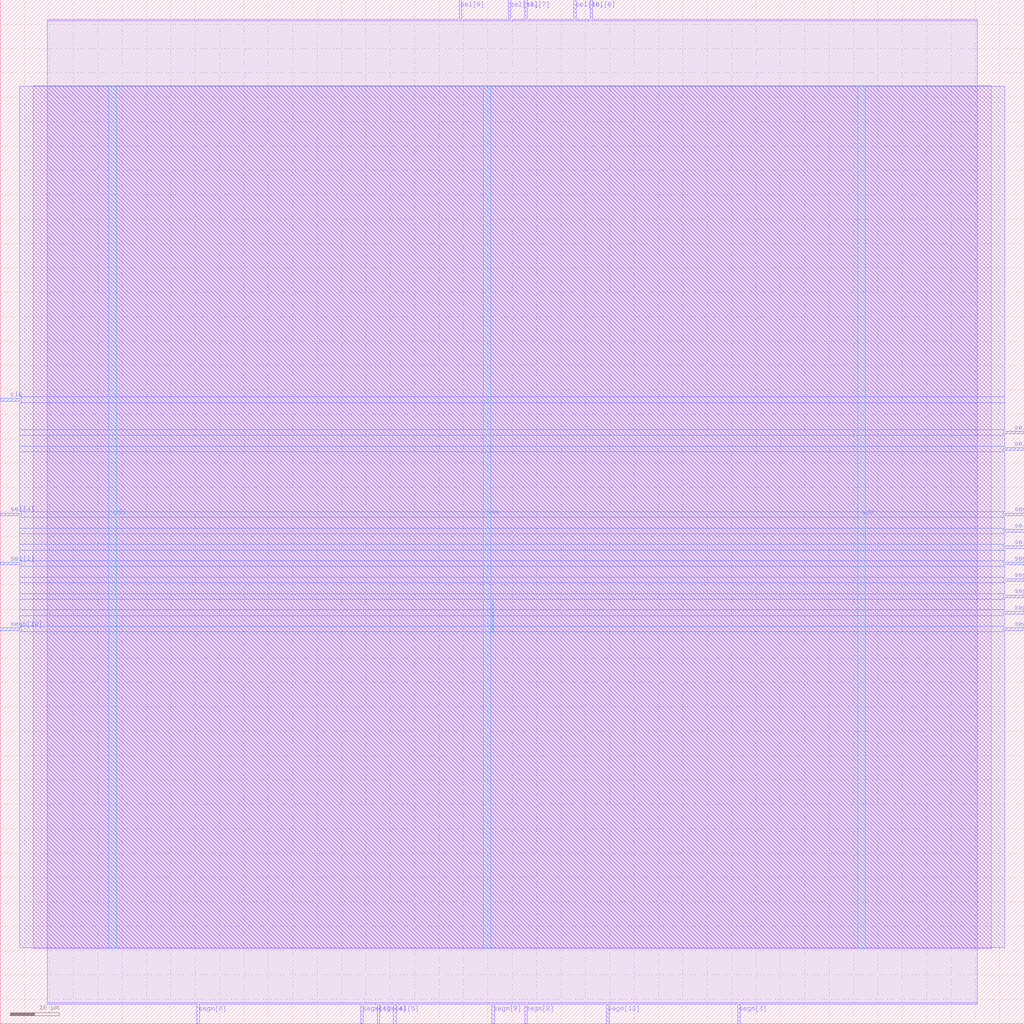
<source format=lef>
VERSION 5.7 ;
  NOWIREEXTENSIONATPIN ON ;
  DIVIDERCHAR "/" ;
  BUSBITCHARS "[]" ;
MACRO ita14
  CLASS BLOCK ;
  FOREIGN ita14 ;
  ORIGIN 0.000 0.000 ;
  SIZE 210.000 BY 210.000 ;
  PIN clk
    DIRECTION INPUT ;
    USE SIGNAL ;
    ANTENNAGATEAREA 4.738000 ;
    ANTENNADIFFAREA 0.410400 ;
    PORT
      LAYER Metal3 ;
        RECT 0.000 127.680 4.000 128.240 ;
    END
  END clk
  PIN segm[0]
    DIRECTION OUTPUT TRISTATE ;
    USE SIGNAL ;
    ANTENNADIFFAREA 0.360800 ;
    PORT
      LAYER Metal2 ;
        RECT 40.320 0.000 40.880 4.000 ;
    END
  END segm[0]
  PIN segm[10]
    DIRECTION OUTPUT TRISTATE ;
    USE SIGNAL ;
    ANTENNADIFFAREA 4.731200 ;
    PORT
      LAYER Metal3 ;
        RECT 0.000 80.640 4.000 81.200 ;
    END
  END segm[10]
  PIN segm[11]
    DIRECTION OUTPUT TRISTATE ;
    USE SIGNAL ;
    ANTENNADIFFAREA 4.731200 ;
    PORT
      LAYER Metal3 ;
        RECT 206.000 80.640 210.000 81.200 ;
    END
  END segm[11]
  PIN segm[12]
    DIRECTION OUTPUT TRISTATE ;
    USE SIGNAL ;
    ANTENNADIFFAREA 4.731200 ;
    PORT
      LAYER Metal2 ;
        RECT 124.320 0.000 124.880 4.000 ;
    END
  END segm[12]
  PIN segm[13]
    DIRECTION OUTPUT TRISTATE ;
    USE SIGNAL ;
    ANTENNADIFFAREA 4.731200 ;
    PORT
      LAYER Metal3 ;
        RECT 206.000 104.160 210.000 104.720 ;
    END
  END segm[13]
  PIN segm[1]
    DIRECTION OUTPUT TRISTATE ;
    USE SIGNAL ;
    ANTENNADIFFAREA 4.731200 ;
    PORT
      LAYER Metal2 ;
        RECT 73.920 0.000 74.480 4.000 ;
    END
  END segm[1]
  PIN segm[2]
    DIRECTION OUTPUT TRISTATE ;
    USE SIGNAL ;
    ANTENNADIFFAREA 4.731200 ;
    PORT
      LAYER Metal3 ;
        RECT 206.000 90.720 210.000 91.280 ;
    END
  END segm[2]
  PIN segm[3]
    DIRECTION OUTPUT TRISTATE ;
    USE SIGNAL ;
    ANTENNADIFFAREA 0.360800 ;
    PORT
      LAYER Metal2 ;
        RECT 151.200 0.000 151.760 4.000 ;
    END
  END segm[3]
  PIN segm[4]
    DIRECTION OUTPUT TRISTATE ;
    USE SIGNAL ;
    ANTENNADIFFAREA 4.731200 ;
    PORT
      LAYER Metal2 ;
        RECT 77.280 0.000 77.840 4.000 ;
    END
  END segm[4]
  PIN segm[5]
    DIRECTION OUTPUT TRISTATE ;
    USE SIGNAL ;
    ANTENNADIFFAREA 4.731200 ;
    PORT
      LAYER Metal3 ;
        RECT 206.000 94.080 210.000 94.640 ;
    END
  END segm[5]
  PIN segm[6]
    DIRECTION OUTPUT TRISTATE ;
    USE SIGNAL ;
    ANTENNADIFFAREA 4.731200 ;
    PORT
      LAYER Metal3 ;
        RECT 206.000 84.000 210.000 84.560 ;
    END
  END segm[6]
  PIN segm[7]
    DIRECTION OUTPUT TRISTATE ;
    USE SIGNAL ;
    ANTENNADIFFAREA 4.731200 ;
    PORT
      LAYER Metal3 ;
        RECT 206.000 87.360 210.000 87.920 ;
    END
  END segm[7]
  PIN segm[8]
    DIRECTION OUTPUT TRISTATE ;
    USE SIGNAL ;
    ANTENNADIFFAREA 4.731200 ;
    PORT
      LAYER Metal2 ;
        RECT 107.520 0.000 108.080 4.000 ;
    END
  END segm[8]
  PIN segm[9]
    DIRECTION OUTPUT TRISTATE ;
    USE SIGNAL ;
    ANTENNADIFFAREA 4.731200 ;
    PORT
      LAYER Metal2 ;
        RECT 100.800 0.000 101.360 4.000 ;
    END
  END segm[9]
  PIN sel[0]
    DIRECTION OUTPUT TRISTATE ;
    USE SIGNAL ;
    ANTENNADIFFAREA 4.731200 ;
    PORT
      LAYER Metal3 ;
        RECT 206.000 117.600 210.000 118.160 ;
    END
  END sel[0]
  PIN sel[10]
    DIRECTION OUTPUT TRISTATE ;
    USE SIGNAL ;
    ANTENNADIFFAREA 4.731200 ;
    PORT
      LAYER Metal2 ;
        RECT 117.600 206.000 118.160 210.000 ;
    END
  END sel[10]
  PIN sel[11]
    DIRECTION OUTPUT TRISTATE ;
    USE SIGNAL ;
    ANTENNADIFFAREA 4.731200 ;
    PORT
      LAYER Metal2 ;
        RECT 104.160 206.000 104.720 210.000 ;
    END
  END sel[11]
  PIN sel[1]
    DIRECTION OUTPUT TRISTATE ;
    USE SIGNAL ;
    ANTENNADIFFAREA 4.731200 ;
    PORT
      LAYER Metal3 ;
        RECT 0.000 94.080 4.000 94.640 ;
    END
  END sel[1]
  PIN sel[2]
    DIRECTION OUTPUT TRISTATE ;
    USE SIGNAL ;
    ANTENNADIFFAREA 4.731200 ;
    PORT
      LAYER Metal3 ;
        RECT 206.000 120.960 210.000 121.520 ;
    END
  END sel[2]
  PIN sel[3]
    DIRECTION OUTPUT TRISTATE ;
    USE SIGNAL ;
    ANTENNADIFFAREA 4.731200 ;
    PORT
      LAYER Metal3 ;
        RECT 206.000 97.440 210.000 98.000 ;
    END
  END sel[3]
  PIN sel[4]
    DIRECTION OUTPUT TRISTATE ;
    USE SIGNAL ;
    ANTENNADIFFAREA 4.731200 ;
    PORT
      LAYER Metal3 ;
        RECT 0.000 104.160 4.000 104.720 ;
    END
  END sel[4]
  PIN sel[5]
    DIRECTION OUTPUT TRISTATE ;
    USE SIGNAL ;
    ANTENNADIFFAREA 4.731200 ;
    PORT
      LAYER Metal2 ;
        RECT 80.640 0.000 81.200 4.000 ;
    END
  END sel[5]
  PIN sel[6]
    DIRECTION OUTPUT TRISTATE ;
    USE SIGNAL ;
    ANTENNADIFFAREA 4.731200 ;
    PORT
      LAYER Metal3 ;
        RECT 206.000 100.800 210.000 101.360 ;
    END
  END sel[6]
  PIN sel[7]
    DIRECTION OUTPUT TRISTATE ;
    USE SIGNAL ;
    ANTENNADIFFAREA 4.731200 ;
    PORT
      LAYER Metal2 ;
        RECT 107.520 206.000 108.080 210.000 ;
    END
  END sel[7]
  PIN sel[8]
    DIRECTION OUTPUT TRISTATE ;
    USE SIGNAL ;
    ANTENNADIFFAREA 4.731200 ;
    PORT
      LAYER Metal2 ;
        RECT 120.960 206.000 121.520 210.000 ;
    END
  END sel[8]
  PIN sel[9]
    DIRECTION OUTPUT TRISTATE ;
    USE SIGNAL ;
    ANTENNADIFFAREA 4.731200 ;
    PORT
      LAYER Metal2 ;
        RECT 94.080 206.000 94.640 210.000 ;
    END
  END sel[9]
  PIN vdd
    DIRECTION INOUT ;
    USE POWER ;
    PORT
      LAYER Metal4 ;
        RECT 22.240 15.380 23.840 192.380 ;
    END
    PORT
      LAYER Metal4 ;
        RECT 175.840 15.380 177.440 192.380 ;
    END
  END vdd
  PIN vss
    DIRECTION INOUT ;
    USE GROUND ;
    PORT
      LAYER Metal4 ;
        RECT 99.040 15.380 100.640 192.380 ;
    END
  END vss
  OBS
      LAYER Metal1 ;
        RECT 6.720 15.380 203.280 192.380 ;
      LAYER Metal2 ;
        RECT 9.660 205.700 93.780 206.000 ;
        RECT 94.940 205.700 103.860 206.000 ;
        RECT 105.020 205.700 107.220 206.000 ;
        RECT 108.380 205.700 117.300 206.000 ;
        RECT 118.460 205.700 120.660 206.000 ;
        RECT 121.820 205.700 200.340 206.000 ;
        RECT 9.660 4.300 200.340 205.700 ;
        RECT 9.660 4.000 40.020 4.300 ;
        RECT 41.180 4.000 73.620 4.300 ;
        RECT 74.780 4.000 76.980 4.300 ;
        RECT 78.140 4.000 80.340 4.300 ;
        RECT 81.500 4.000 100.500 4.300 ;
        RECT 101.660 4.000 107.220 4.300 ;
        RECT 108.380 4.000 124.020 4.300 ;
        RECT 125.180 4.000 150.900 4.300 ;
        RECT 152.060 4.000 200.340 4.300 ;
      LAYER Metal3 ;
        RECT 4.000 128.540 206.000 192.220 ;
        RECT 4.300 127.380 206.000 128.540 ;
        RECT 4.000 121.820 206.000 127.380 ;
        RECT 4.000 120.660 205.700 121.820 ;
        RECT 4.000 118.460 206.000 120.660 ;
        RECT 4.000 117.300 205.700 118.460 ;
        RECT 4.000 105.020 206.000 117.300 ;
        RECT 4.300 103.860 205.700 105.020 ;
        RECT 4.000 101.660 206.000 103.860 ;
        RECT 4.000 100.500 205.700 101.660 ;
        RECT 4.000 98.300 206.000 100.500 ;
        RECT 4.000 97.140 205.700 98.300 ;
        RECT 4.000 94.940 206.000 97.140 ;
        RECT 4.300 93.780 205.700 94.940 ;
        RECT 4.000 91.580 206.000 93.780 ;
        RECT 4.000 90.420 205.700 91.580 ;
        RECT 4.000 88.220 206.000 90.420 ;
        RECT 4.000 87.060 205.700 88.220 ;
        RECT 4.000 84.860 206.000 87.060 ;
        RECT 4.000 83.700 205.700 84.860 ;
        RECT 4.000 81.500 206.000 83.700 ;
        RECT 4.300 80.340 205.700 81.500 ;
        RECT 4.000 15.540 206.000 80.340 ;
      LAYER Metal4 ;
        RECT 100.940 80.170 101.220 86.710 ;
  END
END ita14
END LIBRARY


</source>
